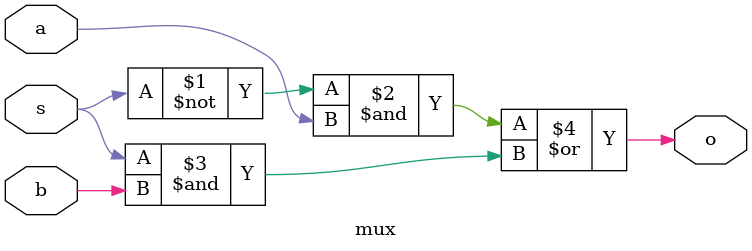
<source format=v>
module quad_21_mux(output [3:0]y, input [3:0]a, b, input s);
	mux g0(y[0], a[0], b[0], s);
	mux g1(y[1], a[1], b[1], s);	
	mux g2(y[2], a[2], b[2], s);
	mux g3(y[3], a[3], b[3], s);
endmodule 
module mux(output o, input a, b, s);
	assign o = ((~s) & a) | (s & b);
endmodule 
</source>
